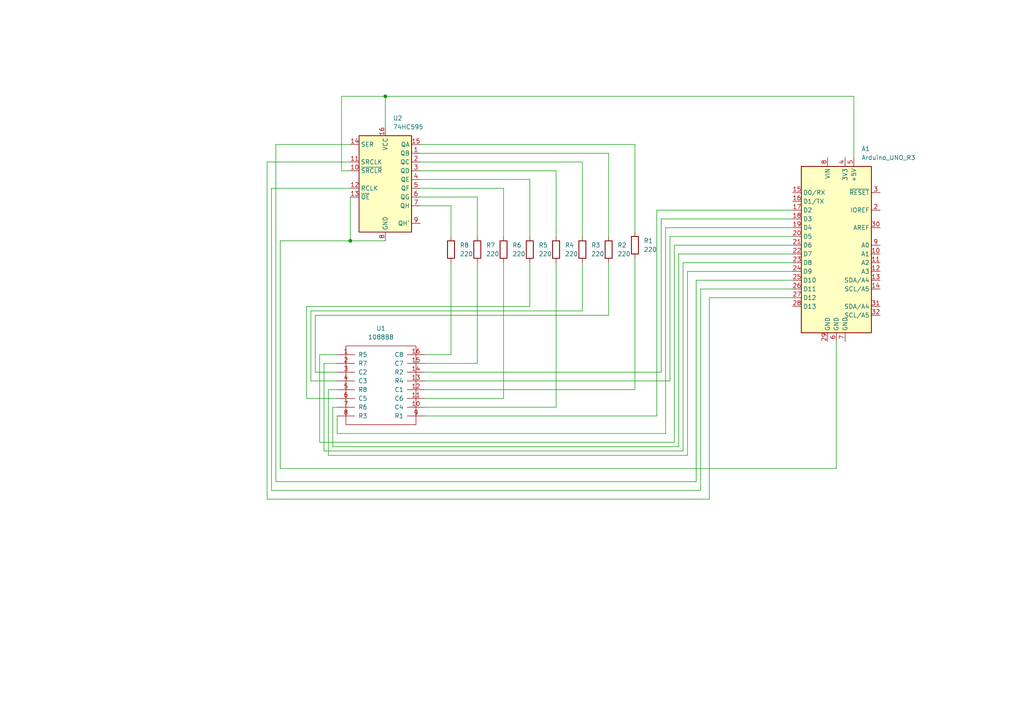
<source format=kicad_sch>
(kicad_sch (version 20230121) (generator eeschema)
  (paper "A4")
  (lib_symbols
    (symbol "74xx:74HC595"
      (property "Reference" "U" (at -7.62 13.97 0))
      (property "Value" "74HC595" (at -7.62 -16.51 0))
      (symbol "74HC595_1_0"
        (pin tri_state line (at 10.16 7.62 180) (length 2.54) (name "QB") (number "1"))
        (pin input line (at -10.16 2.54 0) (length 2.54) (name "~{SRCLR}") (number "10"))
        (pin input line (at -10.16 5.08 0) (length 2.54) (name "SRCLK") (number "11"))
        (pin input line (at -10.16 -2.54 0) (length 2.54) (name "RCLK") (number "12"))
        (pin input line (at -10.16 -5.08 0) (length 2.54) (name "~{OE}") (number "13"))
        (pin input line (at -10.16 10.16 0) (length 2.54) (name "SER") (number "14"))
        (pin tri_state line (at 10.16 10.16 180) (length 2.54) (name "QA") (number "15"))
        (pin power_in line (at 0 15.24 270) (length 2.54) (name "VCC") (number "16"))
        (pin tri_state line (at 10.16 5.08 180) (length 2.54) (name "QC") (number "2"))
        (pin tri_state line (at 10.16 2.54 180) (length 2.54) (name "QD") (number "3"))
        (pin tri_state line (at 10.16 0 180) (length 2.54) (name "QE") (number "4"))
        (pin tri_state line (at 10.16 -2.54 180) (length 2.54) (name "QF") (number "5"))
        (pin tri_state line (at 10.16 -5.08 180) (length 2.54) (name "QG") (number "6"))
        (pin tri_state line (at 10.16 -7.62 180) (length 2.54) (name "QH") (number "7"))
        (pin power_in line (at 0 -17.78 90) (length 2.54) (name "GND") (number "8"))
        (pin output line (at 10.16 -12.7 180) (length 2.54) (name "QH'") (number "9"))
      )
      (symbol "74HC595_1_1"
        (rectangle (start -7.62 12.7) (end 7.62 -15.24) (stroke (width 0.254)) (fill (type background)))
      )
    )
    (symbol "8x8 LED Matrix:1088B8" (pin_names (offset 1.016))
      (property "Reference" "U" (at 0 22.86 0))
      (property "Value" "1088B8" (at 0 -2.54 0))
      (symbol "1088B8_0_1"
        (rectangle (start -10.16 -2.54) (end 10.16 20.32))
      )
      (symbol "1088B8_1_1"
        (pin passive line (at -12.7 17.78 0) (length 5.08) (name "R5") (number "1"))
        (pin passive line (at 12.7 2.54 180) (length 5.08) (name "C4") (number "10"))
        (pin passive line (at 12.7 5.08 180) (length 5.08) (name "C6") (number "11"))
        (pin passive line (at 12.7 7.62 180) (length 5.08) (name "C1") (number "12"))
        (pin passive line (at 12.7 10.16 180) (length 5.08) (name "R4") (number "13"))
        (pin passive line (at 12.7 12.7 180) (length 5.08) (name "R2") (number "14"))
        (pin passive line (at 12.7 15.24 180) (length 5.08) (name "C7") (number "15"))
        (pin passive line (at 12.7 17.78 180) (length 5.08) (name "C8") (number "16"))
        (pin passive line (at -12.7 15.24 0) (length 5.08) (name "R7") (number "2"))
        (pin passive line (at -12.7 12.7 0) (length 5.08) (name "C2") (number "3"))
        (pin passive line (at -12.7 10.16 0) (length 5.08) (name "C3") (number "4"))
        (pin passive line (at -12.7 7.62 0) (length 5.08) (name "R8") (number "5"))
        (pin passive line (at -12.7 5.08 0) (length 5.08) (name "C5") (number "6"))
        (pin passive line (at -12.7 2.54 0) (length 5.08) (name "R6") (number "7"))
        (pin passive line (at -12.7 0 0) (length 5.08) (name "R3") (number "8"))
        (pin passive line (at 12.7 0 180) (length 5.08) (name "R1") (number "9"))
      )
    )
    (symbol "Device:R" (pin_numbers hide) (pin_names (offset 0))
      (property "Reference" "R" (at 2.032 0 90))
      (property "Value" "R" (at 0 0 90))
      (symbol "R_0_1"
        (rectangle (start -1.016 -2.54) (end 1.016 2.54) (stroke (width 0.254)))
      )
      (symbol "R_1_1"
        (pin passive line (at 0 3.81 270) (length 1.27) (name "~") (number "1"))
        (pin passive line (at 0 -3.81 90) (length 1.27) (name "~") (number "2"))
      )
    )
    (symbol "MCU_Module:Arduino_UNO_R3"
      (property "Reference" "A" (at -10.16 23.495 0))
      (property "Value" "Arduino_UNO_R3" (at 5.08 -26.67 0))
      (symbol "Arduino_UNO_R3_0_1"
        (rectangle (start -10.16 22.86) (end 10.16 -25.4) (stroke (width 0.254)) (fill (type background)))
      )
      (symbol "Arduino_UNO_R3_1_1"
        (pin no_connect line (at -10.16 -20.32 0) (length 2.54) hide (name "NC") (number "1"))
        (pin bidirectional line (at 12.7 -2.54 180) (length 2.54) (name "A1") (number "10"))
        (pin bidirectional line (at 12.7 -5.08 180) (length 2.54) (name "A2") (number "11"))
        (pin bidirectional line (at 12.7 -7.62 180) (length 2.54) (name "A3") (number "12"))
        (pin bidirectional line (at 12.7 -10.16 180) (length 2.54) (name "SDA/A4") (number "13"))
        (pin bidirectional line (at 12.7 -12.7 180) (length 2.54) (name "SCL/A5") (number "14"))
        (pin bidirectional line (at -12.7 15.24 0) (length 2.54) (name "D0/RX") (number "15"))
        (pin bidirectional line (at -12.7 12.7 0) (length 2.54) (name "D1/TX") (number "16"))
        (pin bidirectional line (at -12.7 10.16 0) (length 2.54) (name "D2") (number "17"))
        (pin bidirectional line (at -12.7 7.62 0) (length 2.54) (name "D3") (number "18"))
        (pin bidirectional line (at -12.7 5.08 0) (length 2.54) (name "D4") (number "19"))
        (pin output line (at 12.7 10.16 180) (length 2.54) (name "IOREF") (number "2"))
        (pin bidirectional line (at -12.7 2.54 0) (length 2.54) (name "D5") (number "20"))
        (pin bidirectional line (at -12.7 0 0) (length 2.54) (name "D6") (number "21"))
        (pin bidirectional line (at -12.7 -2.54 0) (length 2.54) (name "D7") (number "22"))
        (pin bidirectional line (at -12.7 -5.08 0) (length 2.54) (name "D8") (number "23"))
        (pin bidirectional line (at -12.7 -7.62 0) (length 2.54) (name "D9") (number "24"))
        (pin bidirectional line (at -12.7 -10.16 0) (length 2.54) (name "D10") (number "25"))
        (pin bidirectional line (at -12.7 -12.7 0) (length 2.54) (name "D11") (number "26"))
        (pin bidirectional line (at -12.7 -15.24 0) (length 2.54) (name "D12") (number "27"))
        (pin bidirectional line (at -12.7 -17.78 0) (length 2.54) (name "D13") (number "28"))
        (pin power_in line (at -2.54 -27.94 90) (length 2.54) (name "GND") (number "29"))
        (pin input line (at 12.7 15.24 180) (length 2.54) (name "~{RESET}") (number "3"))
        (pin input line (at 12.7 5.08 180) (length 2.54) (name "AREF") (number "30"))
        (pin bidirectional line (at 12.7 -17.78 180) (length 2.54) (name "SDA/A4") (number "31"))
        (pin bidirectional line (at 12.7 -20.32 180) (length 2.54) (name "SCL/A5") (number "32"))
        (pin power_out line (at 2.54 25.4 270) (length 2.54) (name "3V3") (number "4"))
        (pin power_out line (at 5.08 25.4 270) (length 2.54) (name "+5V") (number "5"))
        (pin power_in line (at 0 -27.94 90) (length 2.54) (name "GND") (number "6"))
        (pin power_in line (at 2.54 -27.94 90) (length 2.54) (name "GND") (number "7"))
        (pin power_in line (at -2.54 25.4 270) (length 2.54) (name "VIN") (number "8"))
        (pin bidirectional line (at 12.7 0 180) (length 2.54) (name "A0") (number "9"))
      )
    )
  )
  (junction (at 111.76 27.94))
  (junction (at 101.6 69.85))
  (wire (pts (xy 247.65 45.72) (xy 247.65 27.94)))
  (wire (pts (xy 77.47 46.99) (xy 77.47 144.78)))
  (wire (pts (xy 97.79 115.57) (xy 88.9 115.57)))
  (wire (pts (xy 203.2 142.24) (xy 203.2 83.82)))
  (wire (pts (xy 101.6 46.99) (xy 77.47 46.99)))
  (wire (pts (xy 201.93 139.7) (xy 201.93 81.28)))
  (wire (pts (xy 138.43 57.15) (xy 121.92 57.15)))
  (wire (pts (xy 97.79 105.41) (xy 93.98 105.41)))
  (wire (pts (xy 101.6 49.53) (xy 99.06 49.53)))
  (wire (pts (xy 123.19 118.11) (xy 161.29 118.11)))
  (wire (pts (xy 99.06 27.94) (xy 111.76 27.94)))
  (wire (pts (xy 242.57 135.89) (xy 242.57 99.06)))
  (wire (pts (xy 153.67 52.07) (xy 121.92 52.07)))
  (wire (pts (xy 121.92 41.91) (xy 184.15 41.91)))
  (wire (pts (xy 90.17 90.17) (xy 168.91 90.17)))
  (wire (pts (xy 146.05 54.61) (xy 121.92 54.61)))
  (wire (pts (xy 193.04 125.73) (xy 193.04 66.04)))
  (wire (pts (xy 130.81 59.69) (xy 121.92 59.69)))
  (wire (pts (xy 196.85 129.54) (xy 196.85 73.66)))
  (wire (pts (xy 123.19 115.57) (xy 146.05 115.57)))
  (wire (pts (xy 123.19 120.65) (xy 190.5 120.65)))
  (wire (pts (xy 80.01 41.91) (xy 80.01 139.7)))
  (wire (pts (xy 130.81 68.58) (xy 130.81 59.69)))
  (wire (pts (xy 205.74 144.78) (xy 205.74 86.36)))
  (wire (pts (xy 190.5 120.65) (xy 190.5 60.96)))
  (wire (pts (xy 194.31 68.58) (xy 229.87 68.58)))
  (wire (pts (xy 93.98 130.81) (xy 198.12 130.81)))
  (wire (pts (xy 196.85 73.66) (xy 229.87 73.66)))
  (wire (pts (xy 190.5 60.96) (xy 229.87 60.96)))
  (wire (pts (xy 130.81 102.87) (xy 130.81 76.2)))
  (wire (pts (xy 99.06 49.53) (xy 99.06 27.94)))
  (wire (pts (xy 93.98 105.41) (xy 93.98 130.81)))
  (wire (pts (xy 96.52 118.11) (xy 96.52 129.54)))
  (wire (pts (xy 203.2 83.82) (xy 229.87 83.82)))
  (wire (pts (xy 78.74 142.24) (xy 203.2 142.24)))
  (wire (pts (xy 146.05 68.58) (xy 146.05 54.61)))
  (wire (pts (xy 96.52 129.54) (xy 196.85 129.54)))
  (wire (pts (xy 195.58 71.12) (xy 229.87 71.12)))
  (wire (pts (xy 161.29 49.53) (xy 121.92 49.53)))
  (wire (pts (xy 161.29 68.58) (xy 161.29 49.53)))
  (wire (pts (xy 91.44 91.44) (xy 176.53 91.44)))
  (wire (pts (xy 101.6 57.15) (xy 101.6 69.85)))
  (wire (pts (xy 201.93 81.28) (xy 229.87 81.28)))
  (wire (pts (xy 80.01 139.7) (xy 201.93 139.7)))
  (wire (pts (xy 97.79 125.73) (xy 193.04 125.73)))
  (wire (pts (xy 176.53 68.58) (xy 176.53 44.45)))
  (wire (pts (xy 153.67 68.58) (xy 153.67 52.07)))
  (wire (pts (xy 97.79 118.11) (xy 96.52 118.11)))
  (wire (pts (xy 111.76 69.85) (xy 101.6 69.85)))
  (wire (pts (xy 97.79 110.49) (xy 90.17 110.49)))
  (wire (pts (xy 81.28 69.85) (xy 81.28 135.89)))
  (wire (pts (xy 199.39 132.08) (xy 199.39 78.74)))
  (wire (pts (xy 101.6 69.85) (xy 81.28 69.85)))
  (wire (pts (xy 168.91 90.17) (xy 168.91 76.2)))
  (wire (pts (xy 97.79 107.95) (xy 91.44 107.95)))
  (wire (pts (xy 92.71 128.27) (xy 195.58 128.27)))
  (wire (pts (xy 138.43 68.58) (xy 138.43 57.15)))
  (wire (pts (xy 123.19 107.95) (xy 191.77 107.95)))
  (wire (pts (xy 78.74 54.61) (xy 78.74 142.24)))
  (wire (pts (xy 138.43 105.41) (xy 138.43 76.2)))
  (wire (pts (xy 198.12 76.2) (xy 229.87 76.2)))
  (wire (pts (xy 191.77 107.95) (xy 191.77 63.5)))
  (wire (pts (xy 184.15 113.03) (xy 184.15 74.93)))
  (wire (pts (xy 88.9 115.57) (xy 88.9 88.9)))
  (wire (pts (xy 191.77 63.5) (xy 229.87 63.5)))
  (wire (pts (xy 198.12 130.81) (xy 198.12 76.2)))
  (wire (pts (xy 247.65 27.94) (xy 111.76 27.94)))
  (wire (pts (xy 168.91 46.99) (xy 121.92 46.99)))
  (wire (pts (xy 95.25 113.03) (xy 95.25 132.08)))
  (wire (pts (xy 97.79 113.03) (xy 95.25 113.03)))
  (wire (pts (xy 176.53 44.45) (xy 121.92 44.45)))
  (wire (pts (xy 77.47 144.78) (xy 205.74 144.78)))
  (wire (pts (xy 123.19 105.41) (xy 138.43 105.41)))
  (wire (pts (xy 88.9 88.9) (xy 153.67 88.9)))
  (wire (pts (xy 153.67 88.9) (xy 153.67 76.2)))
  (wire (pts (xy 146.05 115.57) (xy 146.05 76.2)))
  (wire (pts (xy 101.6 41.91) (xy 80.01 41.91)))
  (wire (pts (xy 193.04 66.04) (xy 229.87 66.04)))
  (wire (pts (xy 205.74 86.36) (xy 229.87 86.36)))
  (wire (pts (xy 168.91 68.58) (xy 168.91 46.99)))
  (wire (pts (xy 123.19 110.49) (xy 194.31 110.49)))
  (wire (pts (xy 97.79 102.87) (xy 92.71 102.87)))
  (wire (pts (xy 101.6 54.61) (xy 78.74 54.61)))
  (wire (pts (xy 92.71 102.87) (xy 92.71 128.27)))
  (wire (pts (xy 176.53 91.44) (xy 176.53 76.2)))
  (wire (pts (xy 111.76 27.94) (xy 111.76 36.83)))
  (wire (pts (xy 199.39 78.74) (xy 229.87 78.74)))
  (wire (pts (xy 161.29 118.11) (xy 161.29 76.2)))
  (wire (pts (xy 184.15 41.91) (xy 184.15 67.31)))
  (wire (pts (xy 91.44 107.95) (xy 91.44 91.44)))
  (wire (pts (xy 194.31 110.49) (xy 194.31 68.58)))
  (wire (pts (xy 81.28 135.89) (xy 242.57 135.89)))
  (wire (pts (xy 123.19 102.87) (xy 130.81 102.87)))
  (wire (pts (xy 90.17 110.49) (xy 90.17 90.17)))
  (wire (pts (xy 97.79 120.65) (xy 97.79 125.73)))
  (wire (pts (xy 95.25 132.08) (xy 199.39 132.08)))
  (wire (pts (xy 195.58 128.27) (xy 195.58 71.12)))
  (wire (pts (xy 123.19 113.03) (xy 184.15 113.03)))
  (symbol (lib_id "Device:R") (at 184.15 71.12 0) (unit 1)
    (property "Reference" "R1" (at 186.69 69.85 0) (effects (justify left)))
    (property "Value" "220" (at 186.69 72.39 0) (effects (justify left)))
  )
  (symbol (lib_id "Device:R") (at 130.81 72.39 0) (unit 1)
    (property "Reference" "R8" (at 133.35 71.12 0) (effects (justify left)))
    (property "Value" "220" (at 133.35 73.66 0) (effects (justify left)))
  )
  (symbol (lib_id "Device:R") (at 138.43 72.39 0) (unit 1)
    (property "Reference" "R7" (at 140.97 71.12 0) (effects (justify left)))
    (property "Value" "220" (at 140.97 73.66 0) (effects (justify left)))
  )
  (symbol (lib_id "74xx:74HC595") (at 111.76 52.07 0) (unit 1)
    (property "Reference" "U2" (at 113.9541 34.29 0) (effects (justify left)))
    (property "Value" "74HC595" (at 113.9541 36.83 0) (effects (justify left)))
    (property "Datasheet" "http://www.ti.com/lit/ds/symlink/sn74hc595.pdf" (effects hide))
  )
  (symbol (lib_id "Device:R") (at 176.53 72.39 0) (unit 1)
    (property "Reference" "R2" (at 179.07 71.12 0) (effects (justify left)))
    (property "Value" "220" (at 179.07 73.66 0) (effects (justify left)))
  )
  (symbol (lib_id "8x8 LED Matrix:1088B8") (at 110.49 120.65 0) (unit 1)
    (property "Reference" "U1" (at 110.49 95.25 0))
    (property "Value" "1088B8" (at 110.49 97.79 0))
  )
  (symbol (lib_id "Device:R") (at 146.05 72.39 0) (unit 1)
    (property "Reference" "R6" (at 148.59 71.12 0) (effects (justify left)))
    (property "Value" "220" (at 148.59 73.66 0) (effects (justify left)))
  )
  (symbol (lib_id "Device:R") (at 168.91 72.39 0) (unit 1)
    (property "Reference" "R3" (at 171.45 71.12 0) (effects (justify left)))
    (property "Value" "220" (at 171.45 73.66 0) (effects (justify left)))
  )
  (symbol (lib_id "MCU_Module:Arduino_UNO_R3") (at 242.57 71.12 0) (unit 1)
    (property "Reference" "A1" (at 249.8441 43.18 0) (effects (justify left)))
    (property "Value" "Arduino_UNO_R3" (at 249.8441 45.72 0) (effects (justify left)))
    (property "Footprint" "Module:Arduino_UNO_R3" (effects hide))
    (property "Datasheet" "https://www.arduino.cc/en/Main/arduinoBoardUno" (effects hide))
  )
  (symbol (lib_id "Device:R") (at 153.67 72.39 0) (unit 1)
    (property "Reference" "R5" (at 156.21 71.12 0) (effects (justify left)))
    (property "Value" "220" (at 156.21 73.66 0) (effects (justify left)))
  )
  (symbol (lib_id "Device:R") (at 161.29 72.39 0) (unit 1)
    (property "Reference" "R4" (at 163.83 71.12 0) (effects (justify left)))
    (property "Value" "220" (at 163.83 73.66 0) (effects (justify left)))
  )
)
</source>
